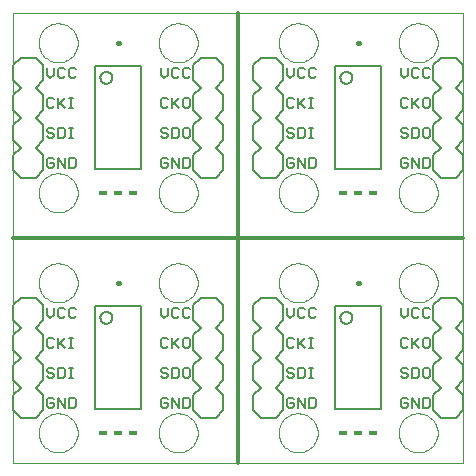
<source format=gto>
G75*
G70*
%OFA0B0*%
%FSLAX24Y24*%
%IPPOS*%
%LPD*%
%AMOC8*
5,1,8,0,0,1.08239X$1,22.5*
%
%ADD10C,0.0000*%
%ADD11C,0.0060*%
%ADD12C,0.0120*%
%ADD13C,0.0070*%
%ADD14R,0.0280X0.0160*%
%ADD15C,0.0160*%
%ADD16C,0.0080*%
D10*
X013838Y004001D02*
X020838Y004001D01*
X021338Y004001D01*
X021838Y004001D01*
X028838Y004001D01*
X028838Y011001D01*
X028838Y011501D01*
X028838Y012001D01*
X028838Y019001D01*
X021838Y019001D01*
X021338Y019001D01*
X020838Y019001D01*
X013838Y019001D01*
X013838Y012001D01*
X013838Y011501D01*
X013838Y011001D01*
X013838Y004001D01*
X014688Y005001D02*
X014690Y005051D01*
X014696Y005101D01*
X014706Y005151D01*
X014719Y005199D01*
X014736Y005247D01*
X014757Y005293D01*
X014781Y005337D01*
X014809Y005379D01*
X014840Y005419D01*
X014874Y005456D01*
X014911Y005491D01*
X014950Y005522D01*
X014991Y005551D01*
X015035Y005576D01*
X015081Y005598D01*
X015128Y005616D01*
X015176Y005630D01*
X015225Y005641D01*
X015275Y005648D01*
X015325Y005651D01*
X015376Y005650D01*
X015426Y005645D01*
X015476Y005636D01*
X015524Y005624D01*
X015572Y005607D01*
X015618Y005587D01*
X015663Y005564D01*
X015706Y005537D01*
X015746Y005507D01*
X015784Y005474D01*
X015819Y005438D01*
X015852Y005399D01*
X015881Y005358D01*
X015907Y005315D01*
X015930Y005270D01*
X015949Y005223D01*
X015964Y005175D01*
X015976Y005126D01*
X015984Y005076D01*
X015988Y005026D01*
X015988Y004976D01*
X015984Y004926D01*
X015976Y004876D01*
X015964Y004827D01*
X015949Y004779D01*
X015930Y004732D01*
X015907Y004687D01*
X015881Y004644D01*
X015852Y004603D01*
X015819Y004564D01*
X015784Y004528D01*
X015746Y004495D01*
X015706Y004465D01*
X015663Y004438D01*
X015618Y004415D01*
X015572Y004395D01*
X015524Y004378D01*
X015476Y004366D01*
X015426Y004357D01*
X015376Y004352D01*
X015325Y004351D01*
X015275Y004354D01*
X015225Y004361D01*
X015176Y004372D01*
X015128Y004386D01*
X015081Y004404D01*
X015035Y004426D01*
X014991Y004451D01*
X014950Y004480D01*
X014911Y004511D01*
X014874Y004546D01*
X014840Y004583D01*
X014809Y004623D01*
X014781Y004665D01*
X014757Y004709D01*
X014736Y004755D01*
X014719Y004803D01*
X014706Y004851D01*
X014696Y004901D01*
X014690Y004951D01*
X014688Y005001D01*
X018688Y005001D02*
X018690Y005051D01*
X018696Y005101D01*
X018706Y005151D01*
X018719Y005199D01*
X018736Y005247D01*
X018757Y005293D01*
X018781Y005337D01*
X018809Y005379D01*
X018840Y005419D01*
X018874Y005456D01*
X018911Y005491D01*
X018950Y005522D01*
X018991Y005551D01*
X019035Y005576D01*
X019081Y005598D01*
X019128Y005616D01*
X019176Y005630D01*
X019225Y005641D01*
X019275Y005648D01*
X019325Y005651D01*
X019376Y005650D01*
X019426Y005645D01*
X019476Y005636D01*
X019524Y005624D01*
X019572Y005607D01*
X019618Y005587D01*
X019663Y005564D01*
X019706Y005537D01*
X019746Y005507D01*
X019784Y005474D01*
X019819Y005438D01*
X019852Y005399D01*
X019881Y005358D01*
X019907Y005315D01*
X019930Y005270D01*
X019949Y005223D01*
X019964Y005175D01*
X019976Y005126D01*
X019984Y005076D01*
X019988Y005026D01*
X019988Y004976D01*
X019984Y004926D01*
X019976Y004876D01*
X019964Y004827D01*
X019949Y004779D01*
X019930Y004732D01*
X019907Y004687D01*
X019881Y004644D01*
X019852Y004603D01*
X019819Y004564D01*
X019784Y004528D01*
X019746Y004495D01*
X019706Y004465D01*
X019663Y004438D01*
X019618Y004415D01*
X019572Y004395D01*
X019524Y004378D01*
X019476Y004366D01*
X019426Y004357D01*
X019376Y004352D01*
X019325Y004351D01*
X019275Y004354D01*
X019225Y004361D01*
X019176Y004372D01*
X019128Y004386D01*
X019081Y004404D01*
X019035Y004426D01*
X018991Y004451D01*
X018950Y004480D01*
X018911Y004511D01*
X018874Y004546D01*
X018840Y004583D01*
X018809Y004623D01*
X018781Y004665D01*
X018757Y004709D01*
X018736Y004755D01*
X018719Y004803D01*
X018706Y004851D01*
X018696Y004901D01*
X018690Y004951D01*
X018688Y005001D01*
X022688Y005001D02*
X022690Y005051D01*
X022696Y005101D01*
X022706Y005151D01*
X022719Y005199D01*
X022736Y005247D01*
X022757Y005293D01*
X022781Y005337D01*
X022809Y005379D01*
X022840Y005419D01*
X022874Y005456D01*
X022911Y005491D01*
X022950Y005522D01*
X022991Y005551D01*
X023035Y005576D01*
X023081Y005598D01*
X023128Y005616D01*
X023176Y005630D01*
X023225Y005641D01*
X023275Y005648D01*
X023325Y005651D01*
X023376Y005650D01*
X023426Y005645D01*
X023476Y005636D01*
X023524Y005624D01*
X023572Y005607D01*
X023618Y005587D01*
X023663Y005564D01*
X023706Y005537D01*
X023746Y005507D01*
X023784Y005474D01*
X023819Y005438D01*
X023852Y005399D01*
X023881Y005358D01*
X023907Y005315D01*
X023930Y005270D01*
X023949Y005223D01*
X023964Y005175D01*
X023976Y005126D01*
X023984Y005076D01*
X023988Y005026D01*
X023988Y004976D01*
X023984Y004926D01*
X023976Y004876D01*
X023964Y004827D01*
X023949Y004779D01*
X023930Y004732D01*
X023907Y004687D01*
X023881Y004644D01*
X023852Y004603D01*
X023819Y004564D01*
X023784Y004528D01*
X023746Y004495D01*
X023706Y004465D01*
X023663Y004438D01*
X023618Y004415D01*
X023572Y004395D01*
X023524Y004378D01*
X023476Y004366D01*
X023426Y004357D01*
X023376Y004352D01*
X023325Y004351D01*
X023275Y004354D01*
X023225Y004361D01*
X023176Y004372D01*
X023128Y004386D01*
X023081Y004404D01*
X023035Y004426D01*
X022991Y004451D01*
X022950Y004480D01*
X022911Y004511D01*
X022874Y004546D01*
X022840Y004583D01*
X022809Y004623D01*
X022781Y004665D01*
X022757Y004709D01*
X022736Y004755D01*
X022719Y004803D01*
X022706Y004851D01*
X022696Y004901D01*
X022690Y004951D01*
X022688Y005001D01*
X026688Y005001D02*
X026690Y005051D01*
X026696Y005101D01*
X026706Y005151D01*
X026719Y005199D01*
X026736Y005247D01*
X026757Y005293D01*
X026781Y005337D01*
X026809Y005379D01*
X026840Y005419D01*
X026874Y005456D01*
X026911Y005491D01*
X026950Y005522D01*
X026991Y005551D01*
X027035Y005576D01*
X027081Y005598D01*
X027128Y005616D01*
X027176Y005630D01*
X027225Y005641D01*
X027275Y005648D01*
X027325Y005651D01*
X027376Y005650D01*
X027426Y005645D01*
X027476Y005636D01*
X027524Y005624D01*
X027572Y005607D01*
X027618Y005587D01*
X027663Y005564D01*
X027706Y005537D01*
X027746Y005507D01*
X027784Y005474D01*
X027819Y005438D01*
X027852Y005399D01*
X027881Y005358D01*
X027907Y005315D01*
X027930Y005270D01*
X027949Y005223D01*
X027964Y005175D01*
X027976Y005126D01*
X027984Y005076D01*
X027988Y005026D01*
X027988Y004976D01*
X027984Y004926D01*
X027976Y004876D01*
X027964Y004827D01*
X027949Y004779D01*
X027930Y004732D01*
X027907Y004687D01*
X027881Y004644D01*
X027852Y004603D01*
X027819Y004564D01*
X027784Y004528D01*
X027746Y004495D01*
X027706Y004465D01*
X027663Y004438D01*
X027618Y004415D01*
X027572Y004395D01*
X027524Y004378D01*
X027476Y004366D01*
X027426Y004357D01*
X027376Y004352D01*
X027325Y004351D01*
X027275Y004354D01*
X027225Y004361D01*
X027176Y004372D01*
X027128Y004386D01*
X027081Y004404D01*
X027035Y004426D01*
X026991Y004451D01*
X026950Y004480D01*
X026911Y004511D01*
X026874Y004546D01*
X026840Y004583D01*
X026809Y004623D01*
X026781Y004665D01*
X026757Y004709D01*
X026736Y004755D01*
X026719Y004803D01*
X026706Y004851D01*
X026696Y004901D01*
X026690Y004951D01*
X026688Y005001D01*
X026688Y010001D02*
X026690Y010051D01*
X026696Y010101D01*
X026706Y010151D01*
X026719Y010199D01*
X026736Y010247D01*
X026757Y010293D01*
X026781Y010337D01*
X026809Y010379D01*
X026840Y010419D01*
X026874Y010456D01*
X026911Y010491D01*
X026950Y010522D01*
X026991Y010551D01*
X027035Y010576D01*
X027081Y010598D01*
X027128Y010616D01*
X027176Y010630D01*
X027225Y010641D01*
X027275Y010648D01*
X027325Y010651D01*
X027376Y010650D01*
X027426Y010645D01*
X027476Y010636D01*
X027524Y010624D01*
X027572Y010607D01*
X027618Y010587D01*
X027663Y010564D01*
X027706Y010537D01*
X027746Y010507D01*
X027784Y010474D01*
X027819Y010438D01*
X027852Y010399D01*
X027881Y010358D01*
X027907Y010315D01*
X027930Y010270D01*
X027949Y010223D01*
X027964Y010175D01*
X027976Y010126D01*
X027984Y010076D01*
X027988Y010026D01*
X027988Y009976D01*
X027984Y009926D01*
X027976Y009876D01*
X027964Y009827D01*
X027949Y009779D01*
X027930Y009732D01*
X027907Y009687D01*
X027881Y009644D01*
X027852Y009603D01*
X027819Y009564D01*
X027784Y009528D01*
X027746Y009495D01*
X027706Y009465D01*
X027663Y009438D01*
X027618Y009415D01*
X027572Y009395D01*
X027524Y009378D01*
X027476Y009366D01*
X027426Y009357D01*
X027376Y009352D01*
X027325Y009351D01*
X027275Y009354D01*
X027225Y009361D01*
X027176Y009372D01*
X027128Y009386D01*
X027081Y009404D01*
X027035Y009426D01*
X026991Y009451D01*
X026950Y009480D01*
X026911Y009511D01*
X026874Y009546D01*
X026840Y009583D01*
X026809Y009623D01*
X026781Y009665D01*
X026757Y009709D01*
X026736Y009755D01*
X026719Y009803D01*
X026706Y009851D01*
X026696Y009901D01*
X026690Y009951D01*
X026688Y010001D01*
X022688Y010001D02*
X022690Y010051D01*
X022696Y010101D01*
X022706Y010151D01*
X022719Y010199D01*
X022736Y010247D01*
X022757Y010293D01*
X022781Y010337D01*
X022809Y010379D01*
X022840Y010419D01*
X022874Y010456D01*
X022911Y010491D01*
X022950Y010522D01*
X022991Y010551D01*
X023035Y010576D01*
X023081Y010598D01*
X023128Y010616D01*
X023176Y010630D01*
X023225Y010641D01*
X023275Y010648D01*
X023325Y010651D01*
X023376Y010650D01*
X023426Y010645D01*
X023476Y010636D01*
X023524Y010624D01*
X023572Y010607D01*
X023618Y010587D01*
X023663Y010564D01*
X023706Y010537D01*
X023746Y010507D01*
X023784Y010474D01*
X023819Y010438D01*
X023852Y010399D01*
X023881Y010358D01*
X023907Y010315D01*
X023930Y010270D01*
X023949Y010223D01*
X023964Y010175D01*
X023976Y010126D01*
X023984Y010076D01*
X023988Y010026D01*
X023988Y009976D01*
X023984Y009926D01*
X023976Y009876D01*
X023964Y009827D01*
X023949Y009779D01*
X023930Y009732D01*
X023907Y009687D01*
X023881Y009644D01*
X023852Y009603D01*
X023819Y009564D01*
X023784Y009528D01*
X023746Y009495D01*
X023706Y009465D01*
X023663Y009438D01*
X023618Y009415D01*
X023572Y009395D01*
X023524Y009378D01*
X023476Y009366D01*
X023426Y009357D01*
X023376Y009352D01*
X023325Y009351D01*
X023275Y009354D01*
X023225Y009361D01*
X023176Y009372D01*
X023128Y009386D01*
X023081Y009404D01*
X023035Y009426D01*
X022991Y009451D01*
X022950Y009480D01*
X022911Y009511D01*
X022874Y009546D01*
X022840Y009583D01*
X022809Y009623D01*
X022781Y009665D01*
X022757Y009709D01*
X022736Y009755D01*
X022719Y009803D01*
X022706Y009851D01*
X022696Y009901D01*
X022690Y009951D01*
X022688Y010001D01*
X018688Y010001D02*
X018690Y010051D01*
X018696Y010101D01*
X018706Y010151D01*
X018719Y010199D01*
X018736Y010247D01*
X018757Y010293D01*
X018781Y010337D01*
X018809Y010379D01*
X018840Y010419D01*
X018874Y010456D01*
X018911Y010491D01*
X018950Y010522D01*
X018991Y010551D01*
X019035Y010576D01*
X019081Y010598D01*
X019128Y010616D01*
X019176Y010630D01*
X019225Y010641D01*
X019275Y010648D01*
X019325Y010651D01*
X019376Y010650D01*
X019426Y010645D01*
X019476Y010636D01*
X019524Y010624D01*
X019572Y010607D01*
X019618Y010587D01*
X019663Y010564D01*
X019706Y010537D01*
X019746Y010507D01*
X019784Y010474D01*
X019819Y010438D01*
X019852Y010399D01*
X019881Y010358D01*
X019907Y010315D01*
X019930Y010270D01*
X019949Y010223D01*
X019964Y010175D01*
X019976Y010126D01*
X019984Y010076D01*
X019988Y010026D01*
X019988Y009976D01*
X019984Y009926D01*
X019976Y009876D01*
X019964Y009827D01*
X019949Y009779D01*
X019930Y009732D01*
X019907Y009687D01*
X019881Y009644D01*
X019852Y009603D01*
X019819Y009564D01*
X019784Y009528D01*
X019746Y009495D01*
X019706Y009465D01*
X019663Y009438D01*
X019618Y009415D01*
X019572Y009395D01*
X019524Y009378D01*
X019476Y009366D01*
X019426Y009357D01*
X019376Y009352D01*
X019325Y009351D01*
X019275Y009354D01*
X019225Y009361D01*
X019176Y009372D01*
X019128Y009386D01*
X019081Y009404D01*
X019035Y009426D01*
X018991Y009451D01*
X018950Y009480D01*
X018911Y009511D01*
X018874Y009546D01*
X018840Y009583D01*
X018809Y009623D01*
X018781Y009665D01*
X018757Y009709D01*
X018736Y009755D01*
X018719Y009803D01*
X018706Y009851D01*
X018696Y009901D01*
X018690Y009951D01*
X018688Y010001D01*
X014688Y010001D02*
X014690Y010051D01*
X014696Y010101D01*
X014706Y010151D01*
X014719Y010199D01*
X014736Y010247D01*
X014757Y010293D01*
X014781Y010337D01*
X014809Y010379D01*
X014840Y010419D01*
X014874Y010456D01*
X014911Y010491D01*
X014950Y010522D01*
X014991Y010551D01*
X015035Y010576D01*
X015081Y010598D01*
X015128Y010616D01*
X015176Y010630D01*
X015225Y010641D01*
X015275Y010648D01*
X015325Y010651D01*
X015376Y010650D01*
X015426Y010645D01*
X015476Y010636D01*
X015524Y010624D01*
X015572Y010607D01*
X015618Y010587D01*
X015663Y010564D01*
X015706Y010537D01*
X015746Y010507D01*
X015784Y010474D01*
X015819Y010438D01*
X015852Y010399D01*
X015881Y010358D01*
X015907Y010315D01*
X015930Y010270D01*
X015949Y010223D01*
X015964Y010175D01*
X015976Y010126D01*
X015984Y010076D01*
X015988Y010026D01*
X015988Y009976D01*
X015984Y009926D01*
X015976Y009876D01*
X015964Y009827D01*
X015949Y009779D01*
X015930Y009732D01*
X015907Y009687D01*
X015881Y009644D01*
X015852Y009603D01*
X015819Y009564D01*
X015784Y009528D01*
X015746Y009495D01*
X015706Y009465D01*
X015663Y009438D01*
X015618Y009415D01*
X015572Y009395D01*
X015524Y009378D01*
X015476Y009366D01*
X015426Y009357D01*
X015376Y009352D01*
X015325Y009351D01*
X015275Y009354D01*
X015225Y009361D01*
X015176Y009372D01*
X015128Y009386D01*
X015081Y009404D01*
X015035Y009426D01*
X014991Y009451D01*
X014950Y009480D01*
X014911Y009511D01*
X014874Y009546D01*
X014840Y009583D01*
X014809Y009623D01*
X014781Y009665D01*
X014757Y009709D01*
X014736Y009755D01*
X014719Y009803D01*
X014706Y009851D01*
X014696Y009901D01*
X014690Y009951D01*
X014688Y010001D01*
X014688Y013001D02*
X014690Y013051D01*
X014696Y013101D01*
X014706Y013151D01*
X014719Y013199D01*
X014736Y013247D01*
X014757Y013293D01*
X014781Y013337D01*
X014809Y013379D01*
X014840Y013419D01*
X014874Y013456D01*
X014911Y013491D01*
X014950Y013522D01*
X014991Y013551D01*
X015035Y013576D01*
X015081Y013598D01*
X015128Y013616D01*
X015176Y013630D01*
X015225Y013641D01*
X015275Y013648D01*
X015325Y013651D01*
X015376Y013650D01*
X015426Y013645D01*
X015476Y013636D01*
X015524Y013624D01*
X015572Y013607D01*
X015618Y013587D01*
X015663Y013564D01*
X015706Y013537D01*
X015746Y013507D01*
X015784Y013474D01*
X015819Y013438D01*
X015852Y013399D01*
X015881Y013358D01*
X015907Y013315D01*
X015930Y013270D01*
X015949Y013223D01*
X015964Y013175D01*
X015976Y013126D01*
X015984Y013076D01*
X015988Y013026D01*
X015988Y012976D01*
X015984Y012926D01*
X015976Y012876D01*
X015964Y012827D01*
X015949Y012779D01*
X015930Y012732D01*
X015907Y012687D01*
X015881Y012644D01*
X015852Y012603D01*
X015819Y012564D01*
X015784Y012528D01*
X015746Y012495D01*
X015706Y012465D01*
X015663Y012438D01*
X015618Y012415D01*
X015572Y012395D01*
X015524Y012378D01*
X015476Y012366D01*
X015426Y012357D01*
X015376Y012352D01*
X015325Y012351D01*
X015275Y012354D01*
X015225Y012361D01*
X015176Y012372D01*
X015128Y012386D01*
X015081Y012404D01*
X015035Y012426D01*
X014991Y012451D01*
X014950Y012480D01*
X014911Y012511D01*
X014874Y012546D01*
X014840Y012583D01*
X014809Y012623D01*
X014781Y012665D01*
X014757Y012709D01*
X014736Y012755D01*
X014719Y012803D01*
X014706Y012851D01*
X014696Y012901D01*
X014690Y012951D01*
X014688Y013001D01*
X018688Y013001D02*
X018690Y013051D01*
X018696Y013101D01*
X018706Y013151D01*
X018719Y013199D01*
X018736Y013247D01*
X018757Y013293D01*
X018781Y013337D01*
X018809Y013379D01*
X018840Y013419D01*
X018874Y013456D01*
X018911Y013491D01*
X018950Y013522D01*
X018991Y013551D01*
X019035Y013576D01*
X019081Y013598D01*
X019128Y013616D01*
X019176Y013630D01*
X019225Y013641D01*
X019275Y013648D01*
X019325Y013651D01*
X019376Y013650D01*
X019426Y013645D01*
X019476Y013636D01*
X019524Y013624D01*
X019572Y013607D01*
X019618Y013587D01*
X019663Y013564D01*
X019706Y013537D01*
X019746Y013507D01*
X019784Y013474D01*
X019819Y013438D01*
X019852Y013399D01*
X019881Y013358D01*
X019907Y013315D01*
X019930Y013270D01*
X019949Y013223D01*
X019964Y013175D01*
X019976Y013126D01*
X019984Y013076D01*
X019988Y013026D01*
X019988Y012976D01*
X019984Y012926D01*
X019976Y012876D01*
X019964Y012827D01*
X019949Y012779D01*
X019930Y012732D01*
X019907Y012687D01*
X019881Y012644D01*
X019852Y012603D01*
X019819Y012564D01*
X019784Y012528D01*
X019746Y012495D01*
X019706Y012465D01*
X019663Y012438D01*
X019618Y012415D01*
X019572Y012395D01*
X019524Y012378D01*
X019476Y012366D01*
X019426Y012357D01*
X019376Y012352D01*
X019325Y012351D01*
X019275Y012354D01*
X019225Y012361D01*
X019176Y012372D01*
X019128Y012386D01*
X019081Y012404D01*
X019035Y012426D01*
X018991Y012451D01*
X018950Y012480D01*
X018911Y012511D01*
X018874Y012546D01*
X018840Y012583D01*
X018809Y012623D01*
X018781Y012665D01*
X018757Y012709D01*
X018736Y012755D01*
X018719Y012803D01*
X018706Y012851D01*
X018696Y012901D01*
X018690Y012951D01*
X018688Y013001D01*
X022688Y013001D02*
X022690Y013051D01*
X022696Y013101D01*
X022706Y013151D01*
X022719Y013199D01*
X022736Y013247D01*
X022757Y013293D01*
X022781Y013337D01*
X022809Y013379D01*
X022840Y013419D01*
X022874Y013456D01*
X022911Y013491D01*
X022950Y013522D01*
X022991Y013551D01*
X023035Y013576D01*
X023081Y013598D01*
X023128Y013616D01*
X023176Y013630D01*
X023225Y013641D01*
X023275Y013648D01*
X023325Y013651D01*
X023376Y013650D01*
X023426Y013645D01*
X023476Y013636D01*
X023524Y013624D01*
X023572Y013607D01*
X023618Y013587D01*
X023663Y013564D01*
X023706Y013537D01*
X023746Y013507D01*
X023784Y013474D01*
X023819Y013438D01*
X023852Y013399D01*
X023881Y013358D01*
X023907Y013315D01*
X023930Y013270D01*
X023949Y013223D01*
X023964Y013175D01*
X023976Y013126D01*
X023984Y013076D01*
X023988Y013026D01*
X023988Y012976D01*
X023984Y012926D01*
X023976Y012876D01*
X023964Y012827D01*
X023949Y012779D01*
X023930Y012732D01*
X023907Y012687D01*
X023881Y012644D01*
X023852Y012603D01*
X023819Y012564D01*
X023784Y012528D01*
X023746Y012495D01*
X023706Y012465D01*
X023663Y012438D01*
X023618Y012415D01*
X023572Y012395D01*
X023524Y012378D01*
X023476Y012366D01*
X023426Y012357D01*
X023376Y012352D01*
X023325Y012351D01*
X023275Y012354D01*
X023225Y012361D01*
X023176Y012372D01*
X023128Y012386D01*
X023081Y012404D01*
X023035Y012426D01*
X022991Y012451D01*
X022950Y012480D01*
X022911Y012511D01*
X022874Y012546D01*
X022840Y012583D01*
X022809Y012623D01*
X022781Y012665D01*
X022757Y012709D01*
X022736Y012755D01*
X022719Y012803D01*
X022706Y012851D01*
X022696Y012901D01*
X022690Y012951D01*
X022688Y013001D01*
X026688Y013001D02*
X026690Y013051D01*
X026696Y013101D01*
X026706Y013151D01*
X026719Y013199D01*
X026736Y013247D01*
X026757Y013293D01*
X026781Y013337D01*
X026809Y013379D01*
X026840Y013419D01*
X026874Y013456D01*
X026911Y013491D01*
X026950Y013522D01*
X026991Y013551D01*
X027035Y013576D01*
X027081Y013598D01*
X027128Y013616D01*
X027176Y013630D01*
X027225Y013641D01*
X027275Y013648D01*
X027325Y013651D01*
X027376Y013650D01*
X027426Y013645D01*
X027476Y013636D01*
X027524Y013624D01*
X027572Y013607D01*
X027618Y013587D01*
X027663Y013564D01*
X027706Y013537D01*
X027746Y013507D01*
X027784Y013474D01*
X027819Y013438D01*
X027852Y013399D01*
X027881Y013358D01*
X027907Y013315D01*
X027930Y013270D01*
X027949Y013223D01*
X027964Y013175D01*
X027976Y013126D01*
X027984Y013076D01*
X027988Y013026D01*
X027988Y012976D01*
X027984Y012926D01*
X027976Y012876D01*
X027964Y012827D01*
X027949Y012779D01*
X027930Y012732D01*
X027907Y012687D01*
X027881Y012644D01*
X027852Y012603D01*
X027819Y012564D01*
X027784Y012528D01*
X027746Y012495D01*
X027706Y012465D01*
X027663Y012438D01*
X027618Y012415D01*
X027572Y012395D01*
X027524Y012378D01*
X027476Y012366D01*
X027426Y012357D01*
X027376Y012352D01*
X027325Y012351D01*
X027275Y012354D01*
X027225Y012361D01*
X027176Y012372D01*
X027128Y012386D01*
X027081Y012404D01*
X027035Y012426D01*
X026991Y012451D01*
X026950Y012480D01*
X026911Y012511D01*
X026874Y012546D01*
X026840Y012583D01*
X026809Y012623D01*
X026781Y012665D01*
X026757Y012709D01*
X026736Y012755D01*
X026719Y012803D01*
X026706Y012851D01*
X026696Y012901D01*
X026690Y012951D01*
X026688Y013001D01*
X026688Y018001D02*
X026690Y018051D01*
X026696Y018101D01*
X026706Y018151D01*
X026719Y018199D01*
X026736Y018247D01*
X026757Y018293D01*
X026781Y018337D01*
X026809Y018379D01*
X026840Y018419D01*
X026874Y018456D01*
X026911Y018491D01*
X026950Y018522D01*
X026991Y018551D01*
X027035Y018576D01*
X027081Y018598D01*
X027128Y018616D01*
X027176Y018630D01*
X027225Y018641D01*
X027275Y018648D01*
X027325Y018651D01*
X027376Y018650D01*
X027426Y018645D01*
X027476Y018636D01*
X027524Y018624D01*
X027572Y018607D01*
X027618Y018587D01*
X027663Y018564D01*
X027706Y018537D01*
X027746Y018507D01*
X027784Y018474D01*
X027819Y018438D01*
X027852Y018399D01*
X027881Y018358D01*
X027907Y018315D01*
X027930Y018270D01*
X027949Y018223D01*
X027964Y018175D01*
X027976Y018126D01*
X027984Y018076D01*
X027988Y018026D01*
X027988Y017976D01*
X027984Y017926D01*
X027976Y017876D01*
X027964Y017827D01*
X027949Y017779D01*
X027930Y017732D01*
X027907Y017687D01*
X027881Y017644D01*
X027852Y017603D01*
X027819Y017564D01*
X027784Y017528D01*
X027746Y017495D01*
X027706Y017465D01*
X027663Y017438D01*
X027618Y017415D01*
X027572Y017395D01*
X027524Y017378D01*
X027476Y017366D01*
X027426Y017357D01*
X027376Y017352D01*
X027325Y017351D01*
X027275Y017354D01*
X027225Y017361D01*
X027176Y017372D01*
X027128Y017386D01*
X027081Y017404D01*
X027035Y017426D01*
X026991Y017451D01*
X026950Y017480D01*
X026911Y017511D01*
X026874Y017546D01*
X026840Y017583D01*
X026809Y017623D01*
X026781Y017665D01*
X026757Y017709D01*
X026736Y017755D01*
X026719Y017803D01*
X026706Y017851D01*
X026696Y017901D01*
X026690Y017951D01*
X026688Y018001D01*
X022688Y018001D02*
X022690Y018051D01*
X022696Y018101D01*
X022706Y018151D01*
X022719Y018199D01*
X022736Y018247D01*
X022757Y018293D01*
X022781Y018337D01*
X022809Y018379D01*
X022840Y018419D01*
X022874Y018456D01*
X022911Y018491D01*
X022950Y018522D01*
X022991Y018551D01*
X023035Y018576D01*
X023081Y018598D01*
X023128Y018616D01*
X023176Y018630D01*
X023225Y018641D01*
X023275Y018648D01*
X023325Y018651D01*
X023376Y018650D01*
X023426Y018645D01*
X023476Y018636D01*
X023524Y018624D01*
X023572Y018607D01*
X023618Y018587D01*
X023663Y018564D01*
X023706Y018537D01*
X023746Y018507D01*
X023784Y018474D01*
X023819Y018438D01*
X023852Y018399D01*
X023881Y018358D01*
X023907Y018315D01*
X023930Y018270D01*
X023949Y018223D01*
X023964Y018175D01*
X023976Y018126D01*
X023984Y018076D01*
X023988Y018026D01*
X023988Y017976D01*
X023984Y017926D01*
X023976Y017876D01*
X023964Y017827D01*
X023949Y017779D01*
X023930Y017732D01*
X023907Y017687D01*
X023881Y017644D01*
X023852Y017603D01*
X023819Y017564D01*
X023784Y017528D01*
X023746Y017495D01*
X023706Y017465D01*
X023663Y017438D01*
X023618Y017415D01*
X023572Y017395D01*
X023524Y017378D01*
X023476Y017366D01*
X023426Y017357D01*
X023376Y017352D01*
X023325Y017351D01*
X023275Y017354D01*
X023225Y017361D01*
X023176Y017372D01*
X023128Y017386D01*
X023081Y017404D01*
X023035Y017426D01*
X022991Y017451D01*
X022950Y017480D01*
X022911Y017511D01*
X022874Y017546D01*
X022840Y017583D01*
X022809Y017623D01*
X022781Y017665D01*
X022757Y017709D01*
X022736Y017755D01*
X022719Y017803D01*
X022706Y017851D01*
X022696Y017901D01*
X022690Y017951D01*
X022688Y018001D01*
X018688Y018001D02*
X018690Y018051D01*
X018696Y018101D01*
X018706Y018151D01*
X018719Y018199D01*
X018736Y018247D01*
X018757Y018293D01*
X018781Y018337D01*
X018809Y018379D01*
X018840Y018419D01*
X018874Y018456D01*
X018911Y018491D01*
X018950Y018522D01*
X018991Y018551D01*
X019035Y018576D01*
X019081Y018598D01*
X019128Y018616D01*
X019176Y018630D01*
X019225Y018641D01*
X019275Y018648D01*
X019325Y018651D01*
X019376Y018650D01*
X019426Y018645D01*
X019476Y018636D01*
X019524Y018624D01*
X019572Y018607D01*
X019618Y018587D01*
X019663Y018564D01*
X019706Y018537D01*
X019746Y018507D01*
X019784Y018474D01*
X019819Y018438D01*
X019852Y018399D01*
X019881Y018358D01*
X019907Y018315D01*
X019930Y018270D01*
X019949Y018223D01*
X019964Y018175D01*
X019976Y018126D01*
X019984Y018076D01*
X019988Y018026D01*
X019988Y017976D01*
X019984Y017926D01*
X019976Y017876D01*
X019964Y017827D01*
X019949Y017779D01*
X019930Y017732D01*
X019907Y017687D01*
X019881Y017644D01*
X019852Y017603D01*
X019819Y017564D01*
X019784Y017528D01*
X019746Y017495D01*
X019706Y017465D01*
X019663Y017438D01*
X019618Y017415D01*
X019572Y017395D01*
X019524Y017378D01*
X019476Y017366D01*
X019426Y017357D01*
X019376Y017352D01*
X019325Y017351D01*
X019275Y017354D01*
X019225Y017361D01*
X019176Y017372D01*
X019128Y017386D01*
X019081Y017404D01*
X019035Y017426D01*
X018991Y017451D01*
X018950Y017480D01*
X018911Y017511D01*
X018874Y017546D01*
X018840Y017583D01*
X018809Y017623D01*
X018781Y017665D01*
X018757Y017709D01*
X018736Y017755D01*
X018719Y017803D01*
X018706Y017851D01*
X018696Y017901D01*
X018690Y017951D01*
X018688Y018001D01*
X014688Y018001D02*
X014690Y018051D01*
X014696Y018101D01*
X014706Y018151D01*
X014719Y018199D01*
X014736Y018247D01*
X014757Y018293D01*
X014781Y018337D01*
X014809Y018379D01*
X014840Y018419D01*
X014874Y018456D01*
X014911Y018491D01*
X014950Y018522D01*
X014991Y018551D01*
X015035Y018576D01*
X015081Y018598D01*
X015128Y018616D01*
X015176Y018630D01*
X015225Y018641D01*
X015275Y018648D01*
X015325Y018651D01*
X015376Y018650D01*
X015426Y018645D01*
X015476Y018636D01*
X015524Y018624D01*
X015572Y018607D01*
X015618Y018587D01*
X015663Y018564D01*
X015706Y018537D01*
X015746Y018507D01*
X015784Y018474D01*
X015819Y018438D01*
X015852Y018399D01*
X015881Y018358D01*
X015907Y018315D01*
X015930Y018270D01*
X015949Y018223D01*
X015964Y018175D01*
X015976Y018126D01*
X015984Y018076D01*
X015988Y018026D01*
X015988Y017976D01*
X015984Y017926D01*
X015976Y017876D01*
X015964Y017827D01*
X015949Y017779D01*
X015930Y017732D01*
X015907Y017687D01*
X015881Y017644D01*
X015852Y017603D01*
X015819Y017564D01*
X015784Y017528D01*
X015746Y017495D01*
X015706Y017465D01*
X015663Y017438D01*
X015618Y017415D01*
X015572Y017395D01*
X015524Y017378D01*
X015476Y017366D01*
X015426Y017357D01*
X015376Y017352D01*
X015325Y017351D01*
X015275Y017354D01*
X015225Y017361D01*
X015176Y017372D01*
X015128Y017386D01*
X015081Y017404D01*
X015035Y017426D01*
X014991Y017451D01*
X014950Y017480D01*
X014911Y017511D01*
X014874Y017546D01*
X014840Y017583D01*
X014809Y017623D01*
X014781Y017665D01*
X014757Y017709D01*
X014736Y017755D01*
X014719Y017803D01*
X014706Y017851D01*
X014696Y017901D01*
X014690Y017951D01*
X014688Y018001D01*
D11*
X014968Y017172D02*
X014968Y016945D01*
X015082Y016831D01*
X015195Y016945D01*
X015195Y017172D01*
X015336Y017115D02*
X015336Y016888D01*
X015393Y016831D01*
X015507Y016831D01*
X015563Y016888D01*
X015705Y016888D02*
X015761Y016831D01*
X015875Y016831D01*
X015932Y016888D01*
X015932Y017115D02*
X015875Y017172D01*
X015761Y017172D01*
X015705Y017115D01*
X015705Y016888D01*
X015563Y017115D02*
X015507Y017172D01*
X015393Y017172D01*
X015336Y017115D01*
X015336Y016172D02*
X015336Y015831D01*
X015336Y015945D02*
X015563Y016172D01*
X015705Y016172D02*
X015818Y016172D01*
X015761Y016172D02*
X015761Y015831D01*
X015705Y015831D02*
X015818Y015831D01*
X015563Y015831D02*
X015393Y016001D01*
X015195Y015888D02*
X015138Y015831D01*
X015025Y015831D01*
X014968Y015888D01*
X014968Y016115D01*
X015025Y016172D01*
X015138Y016172D01*
X015195Y016115D01*
X015138Y015172D02*
X015025Y015172D01*
X014968Y015115D01*
X014968Y015058D01*
X015025Y015001D01*
X015138Y015001D01*
X015195Y014945D01*
X015195Y014888D01*
X015138Y014831D01*
X015025Y014831D01*
X014968Y014888D01*
X015195Y015115D02*
X015138Y015172D01*
X015336Y015172D02*
X015507Y015172D01*
X015563Y015115D01*
X015563Y014888D01*
X015507Y014831D01*
X015336Y014831D01*
X015336Y015172D01*
X015705Y015172D02*
X015818Y015172D01*
X015761Y015172D02*
X015761Y014831D01*
X015705Y014831D02*
X015818Y014831D01*
X015875Y014172D02*
X015705Y014172D01*
X015705Y013831D01*
X015875Y013831D01*
X015932Y013888D01*
X015932Y014115D01*
X015875Y014172D01*
X015563Y014172D02*
X015563Y013831D01*
X015336Y014172D01*
X015336Y013831D01*
X015195Y013888D02*
X015195Y014001D01*
X015082Y014001D01*
X015195Y013888D02*
X015138Y013831D01*
X015025Y013831D01*
X014968Y013888D01*
X014968Y014115D01*
X015025Y014172D01*
X015138Y014172D01*
X015195Y014115D01*
X018763Y014115D02*
X018763Y013888D01*
X018820Y013831D01*
X018933Y013831D01*
X018990Y013888D01*
X018990Y014001D01*
X018877Y014001D01*
X018990Y014115D02*
X018933Y014172D01*
X018820Y014172D01*
X018763Y014115D01*
X019131Y014172D02*
X019358Y013831D01*
X019358Y014172D01*
X019500Y014172D02*
X019670Y014172D01*
X019727Y014115D01*
X019727Y013888D01*
X019670Y013831D01*
X019500Y013831D01*
X019500Y014172D01*
X019131Y014172D02*
X019131Y013831D01*
X019131Y014831D02*
X019302Y014831D01*
X019358Y014888D01*
X019358Y015115D01*
X019302Y015172D01*
X019131Y015172D01*
X019131Y014831D01*
X018990Y014888D02*
X018933Y014831D01*
X018820Y014831D01*
X018763Y014888D01*
X018820Y015001D02*
X018933Y015001D01*
X018990Y014945D01*
X018990Y014888D01*
X018820Y015001D02*
X018763Y015058D01*
X018763Y015115D01*
X018820Y015172D01*
X018933Y015172D01*
X018990Y015115D01*
X019500Y015115D02*
X019500Y014888D01*
X019556Y014831D01*
X019670Y014831D01*
X019727Y014888D01*
X019727Y015115D01*
X019670Y015172D01*
X019556Y015172D01*
X019500Y015115D01*
X019556Y015831D02*
X019670Y015831D01*
X019727Y015888D01*
X019727Y016115D01*
X019670Y016172D01*
X019556Y016172D01*
X019500Y016115D01*
X019500Y015888D01*
X019556Y015831D01*
X019358Y015831D02*
X019188Y016001D01*
X019131Y015945D02*
X019358Y016172D01*
X019131Y016172D02*
X019131Y015831D01*
X018990Y015888D02*
X018933Y015831D01*
X018820Y015831D01*
X018763Y015888D01*
X018763Y016115D01*
X018820Y016172D01*
X018933Y016172D01*
X018990Y016115D01*
X018877Y016831D02*
X018990Y016945D01*
X018990Y017172D01*
X019131Y017115D02*
X019131Y016888D01*
X019188Y016831D01*
X019302Y016831D01*
X019358Y016888D01*
X019500Y016888D02*
X019556Y016831D01*
X019670Y016831D01*
X019727Y016888D01*
X019727Y017115D02*
X019670Y017172D01*
X019556Y017172D01*
X019500Y017115D01*
X019500Y016888D01*
X019358Y017115D02*
X019302Y017172D01*
X019188Y017172D01*
X019131Y017115D01*
X018763Y017172D02*
X018763Y016945D01*
X018877Y016831D01*
X022968Y016945D02*
X023082Y016831D01*
X023195Y016945D01*
X023195Y017172D01*
X023336Y017115D02*
X023336Y016888D01*
X023393Y016831D01*
X023507Y016831D01*
X023563Y016888D01*
X023705Y016888D02*
X023705Y017115D01*
X023761Y017172D01*
X023875Y017172D01*
X023932Y017115D01*
X023932Y016888D02*
X023875Y016831D01*
X023761Y016831D01*
X023705Y016888D01*
X023563Y017115D02*
X023507Y017172D01*
X023393Y017172D01*
X023336Y017115D01*
X022968Y017172D02*
X022968Y016945D01*
X023025Y016172D02*
X022968Y016115D01*
X022968Y015888D01*
X023025Y015831D01*
X023138Y015831D01*
X023195Y015888D01*
X023336Y015945D02*
X023563Y016172D01*
X023705Y016172D02*
X023818Y016172D01*
X023761Y016172D02*
X023761Y015831D01*
X023705Y015831D02*
X023818Y015831D01*
X023563Y015831D02*
X023393Y016001D01*
X023336Y015831D02*
X023336Y016172D01*
X023195Y016115D02*
X023138Y016172D01*
X023025Y016172D01*
X023025Y015172D02*
X022968Y015115D01*
X022968Y015058D01*
X023025Y015001D01*
X023138Y015001D01*
X023195Y014945D01*
X023195Y014888D01*
X023138Y014831D01*
X023025Y014831D01*
X022968Y014888D01*
X023025Y015172D02*
X023138Y015172D01*
X023195Y015115D01*
X023336Y015172D02*
X023507Y015172D01*
X023563Y015115D01*
X023563Y014888D01*
X023507Y014831D01*
X023336Y014831D01*
X023336Y015172D01*
X023705Y015172D02*
X023818Y015172D01*
X023761Y015172D02*
X023761Y014831D01*
X023705Y014831D02*
X023818Y014831D01*
X023875Y014172D02*
X023705Y014172D01*
X023705Y013831D01*
X023875Y013831D01*
X023932Y013888D01*
X023932Y014115D01*
X023875Y014172D01*
X023563Y014172D02*
X023563Y013831D01*
X023336Y014172D01*
X023336Y013831D01*
X023195Y013888D02*
X023195Y014001D01*
X023082Y014001D01*
X023195Y013888D02*
X023138Y013831D01*
X023025Y013831D01*
X022968Y013888D01*
X022968Y014115D01*
X023025Y014172D01*
X023138Y014172D01*
X023195Y014115D01*
X026763Y014115D02*
X026763Y013888D01*
X026820Y013831D01*
X026933Y013831D01*
X026990Y013888D01*
X026990Y014001D01*
X026877Y014001D01*
X026990Y014115D02*
X026933Y014172D01*
X026820Y014172D01*
X026763Y014115D01*
X027131Y014172D02*
X027358Y013831D01*
X027358Y014172D01*
X027500Y014172D02*
X027670Y014172D01*
X027727Y014115D01*
X027727Y013888D01*
X027670Y013831D01*
X027500Y013831D01*
X027500Y014172D01*
X027131Y014172D02*
X027131Y013831D01*
X027131Y014831D02*
X027302Y014831D01*
X027358Y014888D01*
X027358Y015115D01*
X027302Y015172D01*
X027131Y015172D01*
X027131Y014831D01*
X026990Y014888D02*
X026933Y014831D01*
X026820Y014831D01*
X026763Y014888D01*
X026820Y015001D02*
X026933Y015001D01*
X026990Y014945D01*
X026990Y014888D01*
X026820Y015001D02*
X026763Y015058D01*
X026763Y015115D01*
X026820Y015172D01*
X026933Y015172D01*
X026990Y015115D01*
X027500Y015115D02*
X027500Y014888D01*
X027556Y014831D01*
X027670Y014831D01*
X027727Y014888D01*
X027727Y015115D01*
X027670Y015172D01*
X027556Y015172D01*
X027500Y015115D01*
X027556Y015831D02*
X027670Y015831D01*
X027727Y015888D01*
X027727Y016115D01*
X027670Y016172D01*
X027556Y016172D01*
X027500Y016115D01*
X027500Y015888D01*
X027556Y015831D01*
X027358Y015831D02*
X027188Y016001D01*
X027131Y015945D02*
X027358Y016172D01*
X027131Y016172D02*
X027131Y015831D01*
X026990Y015888D02*
X026933Y015831D01*
X026820Y015831D01*
X026763Y015888D01*
X026763Y016115D01*
X026820Y016172D01*
X026933Y016172D01*
X026990Y016115D01*
X026877Y016831D02*
X026990Y016945D01*
X026990Y017172D01*
X027131Y017115D02*
X027131Y016888D01*
X027188Y016831D01*
X027302Y016831D01*
X027358Y016888D01*
X027500Y016888D02*
X027556Y016831D01*
X027670Y016831D01*
X027727Y016888D01*
X027727Y017115D02*
X027670Y017172D01*
X027556Y017172D01*
X027500Y017115D01*
X027500Y016888D01*
X027358Y017115D02*
X027302Y017172D01*
X027188Y017172D01*
X027131Y017115D01*
X026763Y017172D02*
X026763Y016945D01*
X026877Y016831D01*
X026990Y009172D02*
X026990Y008945D01*
X026877Y008831D01*
X026763Y008945D01*
X026763Y009172D01*
X027131Y009115D02*
X027131Y008888D01*
X027188Y008831D01*
X027302Y008831D01*
X027358Y008888D01*
X027500Y008888D02*
X027556Y008831D01*
X027670Y008831D01*
X027727Y008888D01*
X027727Y009115D02*
X027670Y009172D01*
X027556Y009172D01*
X027500Y009115D01*
X027500Y008888D01*
X027358Y009115D02*
X027302Y009172D01*
X027188Y009172D01*
X027131Y009115D01*
X027131Y008172D02*
X027131Y007831D01*
X027131Y007945D02*
X027358Y008172D01*
X027500Y008115D02*
X027500Y007888D01*
X027556Y007831D01*
X027670Y007831D01*
X027727Y007888D01*
X027727Y008115D01*
X027670Y008172D01*
X027556Y008172D01*
X027500Y008115D01*
X027358Y007831D02*
X027188Y008001D01*
X026990Y007888D02*
X026933Y007831D01*
X026820Y007831D01*
X026763Y007888D01*
X026763Y008115D01*
X026820Y008172D01*
X026933Y008172D01*
X026990Y008115D01*
X026933Y007172D02*
X026820Y007172D01*
X026763Y007115D01*
X026763Y007058D01*
X026820Y007001D01*
X026933Y007001D01*
X026990Y006945D01*
X026990Y006888D01*
X026933Y006831D01*
X026820Y006831D01*
X026763Y006888D01*
X026990Y007115D02*
X026933Y007172D01*
X027131Y007172D02*
X027302Y007172D01*
X027358Y007115D01*
X027358Y006888D01*
X027302Y006831D01*
X027131Y006831D01*
X027131Y007172D01*
X027500Y007115D02*
X027500Y006888D01*
X027556Y006831D01*
X027670Y006831D01*
X027727Y006888D01*
X027727Y007115D01*
X027670Y007172D01*
X027556Y007172D01*
X027500Y007115D01*
X027500Y006172D02*
X027670Y006172D01*
X027727Y006115D01*
X027727Y005888D01*
X027670Y005831D01*
X027500Y005831D01*
X027500Y006172D01*
X027358Y006172D02*
X027358Y005831D01*
X027131Y006172D01*
X027131Y005831D01*
X026990Y005888D02*
X026990Y006001D01*
X026877Y006001D01*
X026990Y005888D02*
X026933Y005831D01*
X026820Y005831D01*
X026763Y005888D01*
X026763Y006115D01*
X026820Y006172D01*
X026933Y006172D01*
X026990Y006115D01*
X023932Y006115D02*
X023932Y005888D01*
X023875Y005831D01*
X023705Y005831D01*
X023705Y006172D01*
X023875Y006172D01*
X023932Y006115D01*
X023563Y006172D02*
X023563Y005831D01*
X023336Y006172D01*
X023336Y005831D01*
X023195Y005888D02*
X023195Y006001D01*
X023082Y006001D01*
X023195Y005888D02*
X023138Y005831D01*
X023025Y005831D01*
X022968Y005888D01*
X022968Y006115D01*
X023025Y006172D01*
X023138Y006172D01*
X023195Y006115D01*
X023138Y006831D02*
X023025Y006831D01*
X022968Y006888D01*
X023025Y007001D02*
X023138Y007001D01*
X023195Y006945D01*
X023195Y006888D01*
X023138Y006831D01*
X023336Y006831D02*
X023507Y006831D01*
X023563Y006888D01*
X023563Y007115D01*
X023507Y007172D01*
X023336Y007172D01*
X023336Y006831D01*
X023195Y007115D02*
X023138Y007172D01*
X023025Y007172D01*
X022968Y007115D01*
X022968Y007058D01*
X023025Y007001D01*
X023705Y006831D02*
X023818Y006831D01*
X023761Y006831D02*
X023761Y007172D01*
X023705Y007172D02*
X023818Y007172D01*
X023818Y007831D02*
X023705Y007831D01*
X023761Y007831D02*
X023761Y008172D01*
X023705Y008172D02*
X023818Y008172D01*
X023563Y008172D02*
X023336Y007945D01*
X023393Y008001D02*
X023563Y007831D01*
X023336Y007831D02*
X023336Y008172D01*
X023195Y008115D02*
X023138Y008172D01*
X023025Y008172D01*
X022968Y008115D01*
X022968Y007888D01*
X023025Y007831D01*
X023138Y007831D01*
X023195Y007888D01*
X023082Y008831D02*
X023195Y008945D01*
X023195Y009172D01*
X023336Y009115D02*
X023336Y008888D01*
X023393Y008831D01*
X023507Y008831D01*
X023563Y008888D01*
X023705Y008888D02*
X023761Y008831D01*
X023875Y008831D01*
X023932Y008888D01*
X023932Y009115D02*
X023875Y009172D01*
X023761Y009172D01*
X023705Y009115D01*
X023705Y008888D01*
X023563Y009115D02*
X023507Y009172D01*
X023393Y009172D01*
X023336Y009115D01*
X022968Y009172D02*
X022968Y008945D01*
X023082Y008831D01*
X019727Y008888D02*
X019670Y008831D01*
X019556Y008831D01*
X019500Y008888D01*
X019500Y009115D01*
X019556Y009172D01*
X019670Y009172D01*
X019727Y009115D01*
X019358Y009115D02*
X019302Y009172D01*
X019188Y009172D01*
X019131Y009115D01*
X019131Y008888D01*
X019188Y008831D01*
X019302Y008831D01*
X019358Y008888D01*
X018990Y008945D02*
X018990Y009172D01*
X018763Y009172D02*
X018763Y008945D01*
X018877Y008831D01*
X018990Y008945D01*
X018933Y008172D02*
X018820Y008172D01*
X018763Y008115D01*
X018763Y007888D01*
X018820Y007831D01*
X018933Y007831D01*
X018990Y007888D01*
X019131Y007945D02*
X019358Y008172D01*
X019500Y008115D02*
X019500Y007888D01*
X019556Y007831D01*
X019670Y007831D01*
X019727Y007888D01*
X019727Y008115D01*
X019670Y008172D01*
X019556Y008172D01*
X019500Y008115D01*
X019358Y007831D02*
X019188Y008001D01*
X019131Y007831D02*
X019131Y008172D01*
X018990Y008115D02*
X018933Y008172D01*
X018933Y007172D02*
X018820Y007172D01*
X018763Y007115D01*
X018763Y007058D01*
X018820Y007001D01*
X018933Y007001D01*
X018990Y006945D01*
X018990Y006888D01*
X018933Y006831D01*
X018820Y006831D01*
X018763Y006888D01*
X018990Y007115D02*
X018933Y007172D01*
X019131Y007172D02*
X019302Y007172D01*
X019358Y007115D01*
X019358Y006888D01*
X019302Y006831D01*
X019131Y006831D01*
X019131Y007172D01*
X019500Y007115D02*
X019500Y006888D01*
X019556Y006831D01*
X019670Y006831D01*
X019727Y006888D01*
X019727Y007115D01*
X019670Y007172D01*
X019556Y007172D01*
X019500Y007115D01*
X019500Y006172D02*
X019670Y006172D01*
X019727Y006115D01*
X019727Y005888D01*
X019670Y005831D01*
X019500Y005831D01*
X019500Y006172D01*
X019358Y006172D02*
X019358Y005831D01*
X019131Y006172D01*
X019131Y005831D01*
X018990Y005888D02*
X018990Y006001D01*
X018877Y006001D01*
X018990Y005888D02*
X018933Y005831D01*
X018820Y005831D01*
X018763Y005888D01*
X018763Y006115D01*
X018820Y006172D01*
X018933Y006172D01*
X018990Y006115D01*
X015932Y006115D02*
X015932Y005888D01*
X015875Y005831D01*
X015705Y005831D01*
X015705Y006172D01*
X015875Y006172D01*
X015932Y006115D01*
X015563Y006172D02*
X015563Y005831D01*
X015336Y006172D01*
X015336Y005831D01*
X015195Y005888D02*
X015195Y006001D01*
X015082Y006001D01*
X015195Y005888D02*
X015138Y005831D01*
X015025Y005831D01*
X014968Y005888D01*
X014968Y006115D01*
X015025Y006172D01*
X015138Y006172D01*
X015195Y006115D01*
X015138Y006831D02*
X015025Y006831D01*
X014968Y006888D01*
X015025Y007001D02*
X015138Y007001D01*
X015195Y006945D01*
X015195Y006888D01*
X015138Y006831D01*
X015336Y006831D02*
X015507Y006831D01*
X015563Y006888D01*
X015563Y007115D01*
X015507Y007172D01*
X015336Y007172D01*
X015336Y006831D01*
X015195Y007115D02*
X015138Y007172D01*
X015025Y007172D01*
X014968Y007115D01*
X014968Y007058D01*
X015025Y007001D01*
X015705Y006831D02*
X015818Y006831D01*
X015761Y006831D02*
X015761Y007172D01*
X015705Y007172D02*
X015818Y007172D01*
X015818Y007831D02*
X015705Y007831D01*
X015761Y007831D02*
X015761Y008172D01*
X015705Y008172D02*
X015818Y008172D01*
X015563Y008172D02*
X015336Y007945D01*
X015393Y008001D02*
X015563Y007831D01*
X015336Y007831D02*
X015336Y008172D01*
X015195Y008115D02*
X015138Y008172D01*
X015025Y008172D01*
X014968Y008115D01*
X014968Y007888D01*
X015025Y007831D01*
X015138Y007831D01*
X015195Y007888D01*
X015082Y008831D02*
X015195Y008945D01*
X015195Y009172D01*
X015336Y009115D02*
X015336Y008888D01*
X015393Y008831D01*
X015507Y008831D01*
X015563Y008888D01*
X015705Y008888D02*
X015761Y008831D01*
X015875Y008831D01*
X015932Y008888D01*
X015932Y009115D02*
X015875Y009172D01*
X015761Y009172D01*
X015705Y009115D01*
X015705Y008888D01*
X015563Y009115D02*
X015507Y009172D01*
X015393Y009172D01*
X015336Y009115D01*
X014968Y009172D02*
X014968Y008945D01*
X015082Y008831D01*
D12*
X013838Y011501D02*
X028838Y011501D01*
X021338Y004001D02*
X021338Y019001D01*
D13*
X018116Y017214D02*
X018116Y013789D01*
X016561Y013789D01*
X016561Y017214D01*
X018116Y017214D01*
X016747Y016840D02*
X016749Y016867D01*
X016755Y016894D01*
X016764Y016920D01*
X016777Y016944D01*
X016793Y016967D01*
X016812Y016986D01*
X016834Y017003D01*
X016858Y017017D01*
X016883Y017027D01*
X016910Y017034D01*
X016937Y017037D01*
X016965Y017036D01*
X016992Y017031D01*
X017018Y017023D01*
X017042Y017011D01*
X017065Y016995D01*
X017086Y016977D01*
X017103Y016956D01*
X017118Y016932D01*
X017129Y016907D01*
X017137Y016881D01*
X017141Y016854D01*
X017141Y016826D01*
X017137Y016799D01*
X017129Y016773D01*
X017118Y016748D01*
X017103Y016724D01*
X017086Y016703D01*
X017065Y016685D01*
X017043Y016669D01*
X017018Y016657D01*
X016992Y016649D01*
X016965Y016644D01*
X016937Y016643D01*
X016910Y016646D01*
X016883Y016653D01*
X016858Y016663D01*
X016834Y016677D01*
X016812Y016694D01*
X016793Y016713D01*
X016777Y016736D01*
X016764Y016760D01*
X016755Y016786D01*
X016749Y016813D01*
X016747Y016840D01*
X024561Y017214D02*
X024561Y013789D01*
X026116Y013789D01*
X026116Y017214D01*
X024561Y017214D01*
X024747Y016840D02*
X024749Y016867D01*
X024755Y016894D01*
X024764Y016920D01*
X024777Y016944D01*
X024793Y016967D01*
X024812Y016986D01*
X024834Y017003D01*
X024858Y017017D01*
X024883Y017027D01*
X024910Y017034D01*
X024937Y017037D01*
X024965Y017036D01*
X024992Y017031D01*
X025018Y017023D01*
X025042Y017011D01*
X025065Y016995D01*
X025086Y016977D01*
X025103Y016956D01*
X025118Y016932D01*
X025129Y016907D01*
X025137Y016881D01*
X025141Y016854D01*
X025141Y016826D01*
X025137Y016799D01*
X025129Y016773D01*
X025118Y016748D01*
X025103Y016724D01*
X025086Y016703D01*
X025065Y016685D01*
X025043Y016669D01*
X025018Y016657D01*
X024992Y016649D01*
X024965Y016644D01*
X024937Y016643D01*
X024910Y016646D01*
X024883Y016653D01*
X024858Y016663D01*
X024834Y016677D01*
X024812Y016694D01*
X024793Y016713D01*
X024777Y016736D01*
X024764Y016760D01*
X024755Y016786D01*
X024749Y016813D01*
X024747Y016840D01*
X024561Y009214D02*
X026116Y009214D01*
X026116Y005789D01*
X024561Y005789D01*
X024561Y009214D01*
X024747Y008840D02*
X024749Y008867D01*
X024755Y008894D01*
X024764Y008920D01*
X024777Y008944D01*
X024793Y008967D01*
X024812Y008986D01*
X024834Y009003D01*
X024858Y009017D01*
X024883Y009027D01*
X024910Y009034D01*
X024937Y009037D01*
X024965Y009036D01*
X024992Y009031D01*
X025018Y009023D01*
X025042Y009011D01*
X025065Y008995D01*
X025086Y008977D01*
X025103Y008956D01*
X025118Y008932D01*
X025129Y008907D01*
X025137Y008881D01*
X025141Y008854D01*
X025141Y008826D01*
X025137Y008799D01*
X025129Y008773D01*
X025118Y008748D01*
X025103Y008724D01*
X025086Y008703D01*
X025065Y008685D01*
X025043Y008669D01*
X025018Y008657D01*
X024992Y008649D01*
X024965Y008644D01*
X024937Y008643D01*
X024910Y008646D01*
X024883Y008653D01*
X024858Y008663D01*
X024834Y008677D01*
X024812Y008694D01*
X024793Y008713D01*
X024777Y008736D01*
X024764Y008760D01*
X024755Y008786D01*
X024749Y008813D01*
X024747Y008840D01*
X018116Y009214D02*
X018116Y005789D01*
X016561Y005789D01*
X016561Y009214D01*
X018116Y009214D01*
X016747Y008840D02*
X016749Y008867D01*
X016755Y008894D01*
X016764Y008920D01*
X016777Y008944D01*
X016793Y008967D01*
X016812Y008986D01*
X016834Y009003D01*
X016858Y009017D01*
X016883Y009027D01*
X016910Y009034D01*
X016937Y009037D01*
X016965Y009036D01*
X016992Y009031D01*
X017018Y009023D01*
X017042Y009011D01*
X017065Y008995D01*
X017086Y008977D01*
X017103Y008956D01*
X017118Y008932D01*
X017129Y008907D01*
X017137Y008881D01*
X017141Y008854D01*
X017141Y008826D01*
X017137Y008799D01*
X017129Y008773D01*
X017118Y008748D01*
X017103Y008724D01*
X017086Y008703D01*
X017065Y008685D01*
X017043Y008669D01*
X017018Y008657D01*
X016992Y008649D01*
X016965Y008644D01*
X016937Y008643D01*
X016910Y008646D01*
X016883Y008653D01*
X016858Y008663D01*
X016834Y008677D01*
X016812Y008694D01*
X016793Y008713D01*
X016777Y008736D01*
X016764Y008760D01*
X016755Y008786D01*
X016749Y008813D01*
X016747Y008840D01*
D14*
X016838Y005001D03*
X017338Y005001D03*
X017838Y005001D03*
X024838Y005001D03*
X025338Y005001D03*
X025838Y005001D03*
X025838Y013001D03*
X025338Y013001D03*
X024838Y013001D03*
X017838Y013001D03*
X017338Y013001D03*
X016838Y013001D03*
D15*
X017326Y010001D02*
X017350Y010001D01*
X025326Y010001D02*
X025350Y010001D01*
X025350Y018001D02*
X025326Y018001D01*
X017350Y018001D02*
X017326Y018001D01*
D16*
X014838Y017251D02*
X014588Y017501D01*
X014088Y017501D01*
X013838Y017251D01*
X013838Y016751D01*
X014088Y016501D01*
X013838Y016251D01*
X013838Y015751D01*
X014088Y015501D01*
X013838Y015251D01*
X013838Y014751D01*
X014088Y014501D01*
X013838Y014251D01*
X013838Y013751D01*
X014088Y013501D01*
X014588Y013501D01*
X014838Y013751D01*
X014838Y014251D01*
X014588Y014501D01*
X014838Y014751D01*
X014838Y015251D01*
X014588Y015501D01*
X014838Y015751D01*
X014838Y016251D01*
X014588Y016501D01*
X014838Y016751D01*
X014838Y017251D01*
X019838Y017251D02*
X019838Y016751D01*
X020088Y016501D01*
X019838Y016251D01*
X019838Y015751D01*
X020088Y015501D01*
X019838Y015251D01*
X019838Y014751D01*
X020088Y014501D01*
X019838Y014251D01*
X019838Y013751D01*
X020088Y013501D01*
X020588Y013501D01*
X020838Y013751D01*
X020838Y014251D01*
X020588Y014501D01*
X020838Y014751D01*
X020838Y015251D01*
X020588Y015501D01*
X020838Y015751D01*
X020838Y016251D01*
X020588Y016501D01*
X020838Y016751D01*
X020838Y017251D01*
X020588Y017501D01*
X020088Y017501D01*
X019838Y017251D01*
X021838Y017251D02*
X021838Y016751D01*
X022088Y016501D01*
X021838Y016251D01*
X021838Y015751D01*
X022088Y015501D01*
X021838Y015251D01*
X021838Y014751D01*
X022088Y014501D01*
X021838Y014251D01*
X021838Y013751D01*
X022088Y013501D01*
X022588Y013501D01*
X022838Y013751D01*
X022838Y014251D01*
X022588Y014501D01*
X022838Y014751D01*
X022838Y015251D01*
X022588Y015501D01*
X022838Y015751D01*
X022838Y016251D01*
X022588Y016501D01*
X022838Y016751D01*
X022838Y017251D01*
X022588Y017501D01*
X022088Y017501D01*
X021838Y017251D01*
X027838Y017251D02*
X027838Y016751D01*
X028088Y016501D01*
X027838Y016251D01*
X027838Y015751D01*
X028088Y015501D01*
X027838Y015251D01*
X027838Y014751D01*
X028088Y014501D01*
X027838Y014251D01*
X027838Y013751D01*
X028088Y013501D01*
X028588Y013501D01*
X028838Y013751D01*
X028838Y014251D01*
X028588Y014501D01*
X028838Y014751D01*
X028838Y015251D01*
X028588Y015501D01*
X028838Y015751D01*
X028838Y016251D01*
X028588Y016501D01*
X028838Y016751D01*
X028838Y017251D01*
X028588Y017501D01*
X028088Y017501D01*
X027838Y017251D01*
X028088Y009501D02*
X027838Y009251D01*
X027838Y008751D01*
X028088Y008501D01*
X027838Y008251D01*
X027838Y007751D01*
X028088Y007501D01*
X027838Y007251D01*
X027838Y006751D01*
X028088Y006501D01*
X027838Y006251D01*
X027838Y005751D01*
X028088Y005501D01*
X028588Y005501D01*
X028838Y005751D01*
X028838Y006251D01*
X028588Y006501D01*
X028838Y006751D01*
X028838Y007251D01*
X028588Y007501D01*
X028838Y007751D01*
X028838Y008251D01*
X028588Y008501D01*
X028838Y008751D01*
X028838Y009251D01*
X028588Y009501D01*
X028088Y009501D01*
X022838Y009251D02*
X022838Y008751D01*
X022588Y008501D01*
X022838Y008251D01*
X022838Y007751D01*
X022588Y007501D01*
X022838Y007251D01*
X022838Y006751D01*
X022588Y006501D01*
X022838Y006251D01*
X022838Y005751D01*
X022588Y005501D01*
X022088Y005501D01*
X021838Y005751D01*
X021838Y006251D01*
X022088Y006501D01*
X021838Y006751D01*
X021838Y007251D01*
X022088Y007501D01*
X021838Y007751D01*
X021838Y008251D01*
X022088Y008501D01*
X021838Y008751D01*
X021838Y009251D01*
X022088Y009501D01*
X022588Y009501D01*
X022838Y009251D01*
X020838Y009251D02*
X020838Y008751D01*
X020588Y008501D01*
X020838Y008251D01*
X020838Y007751D01*
X020588Y007501D01*
X020838Y007251D01*
X020838Y006751D01*
X020588Y006501D01*
X020838Y006251D01*
X020838Y005751D01*
X020588Y005501D01*
X020088Y005501D01*
X019838Y005751D01*
X019838Y006251D01*
X020088Y006501D01*
X019838Y006751D01*
X019838Y007251D01*
X020088Y007501D01*
X019838Y007751D01*
X019838Y008251D01*
X020088Y008501D01*
X019838Y008751D01*
X019838Y009251D01*
X020088Y009501D01*
X020588Y009501D01*
X020838Y009251D01*
X014838Y009251D02*
X014838Y008751D01*
X014588Y008501D01*
X014838Y008251D01*
X014838Y007751D01*
X014588Y007501D01*
X014838Y007251D01*
X014838Y006751D01*
X014588Y006501D01*
X014838Y006251D01*
X014838Y005751D01*
X014588Y005501D01*
X014088Y005501D01*
X013838Y005751D01*
X013838Y006251D01*
X014088Y006501D01*
X013838Y006751D01*
X013838Y007251D01*
X014088Y007501D01*
X013838Y007751D01*
X013838Y008251D01*
X014088Y008501D01*
X013838Y008751D01*
X013838Y009251D01*
X014088Y009501D01*
X014588Y009501D01*
X014838Y009251D01*
M02*

</source>
